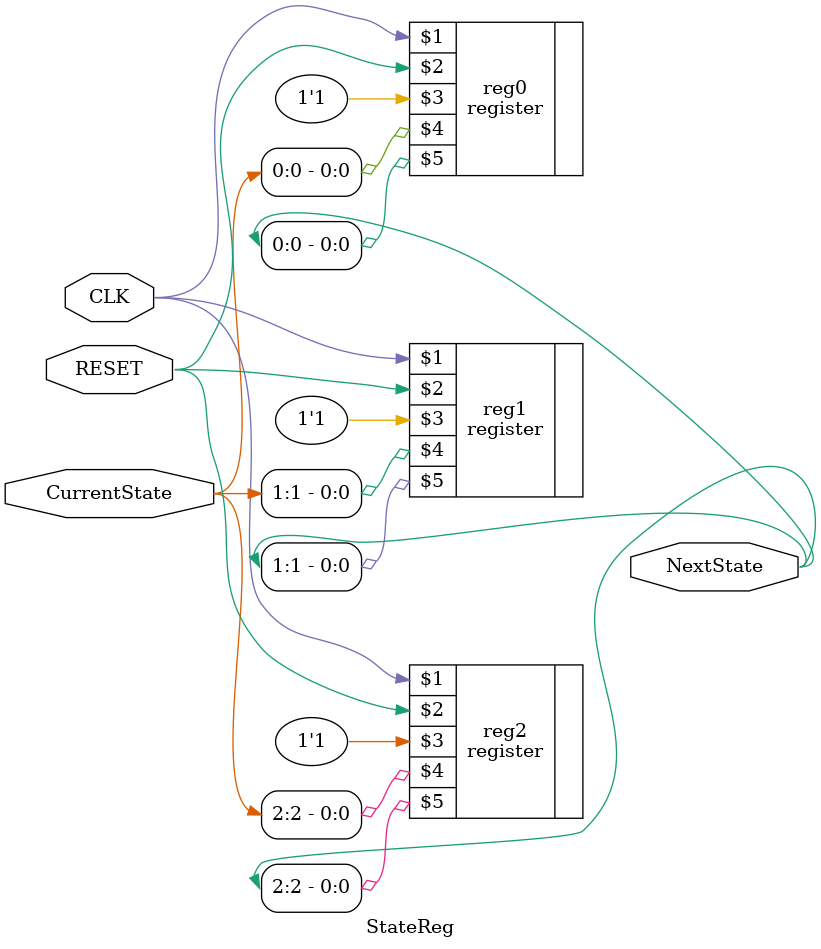
<source format=v>
module StateReg (CLK, RESET, CurrentState, NextState);
input CLK, RESET;
input[2:0] CurrentState;
output[2:0] NextState;

register reg0(CLK, RESET, 1'b1, CurrentState[0], NextState[0]);
register reg1(CLK, RESET, 1'b1, CurrentState[1], NextState[1]);
register reg2(CLK, RESET, 1'b1, CurrentState[2], NextState[2]);
endmodule
</source>
